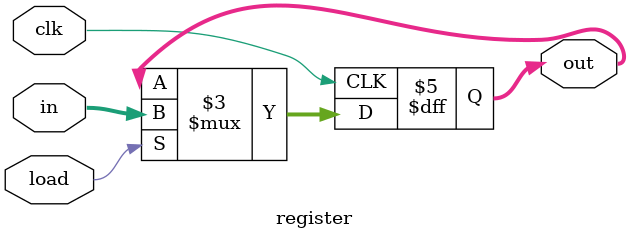
<source format=v>
module register(
    input [15:0] in,
    input clk,
    input load,
    output reg [15:0] out
);
    always @(posedge clk) begin   
        if(load == 1) 
            out <= in;
    end
endmodule
</source>
